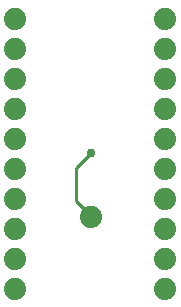
<source format=gbl>
G75*
%MOIN*%
%OFA0B0*%
%FSLAX25Y25*%
%IPPOS*%
%LPD*%
%AMOC8*
5,1,8,0,0,1.08239X$1,22.5*
%
%ADD10C,0.07400*%
%ADD11C,0.01000*%
%ADD12C,0.02978*%
D10*
X0011039Y0011118D03*
X0011039Y0021118D03*
X0011039Y0031118D03*
X0011039Y0041118D03*
X0011039Y0051118D03*
X0011039Y0061118D03*
X0011039Y0071118D03*
X0011039Y0081118D03*
X0011039Y0091118D03*
X0011039Y0101118D03*
X0036276Y0034858D03*
X0061039Y0031118D03*
X0061039Y0021118D03*
X0061039Y0011118D03*
X0061039Y0041118D03*
X0061039Y0051118D03*
X0061039Y0061118D03*
X0061039Y0071118D03*
X0061039Y0081118D03*
X0061039Y0091118D03*
X0061039Y0101118D03*
D11*
X0036318Y0056278D02*
X0031315Y0051276D01*
X0031315Y0040370D01*
X0036276Y0035409D01*
X0036276Y0034858D01*
D12*
X0036315Y0056315D03*
M02*

</source>
